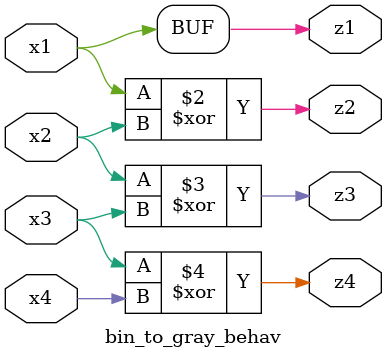
<source format=v>
`timescale 1ns/1ns
module bin_to_gray_behav(x1, x2, x3, x4, z1, z2, z3, z4);

input x1, x2, x3, x4;
output reg z1, z2, z3, z4;

always @ (x1 or x2 or x3 or x4) begin
	z1 = x1;
	z2 = x1 ^ x2;
	z3 = x2 ^ x3;
	z4 = x3 ^ x4;
end
endmodule

</source>
